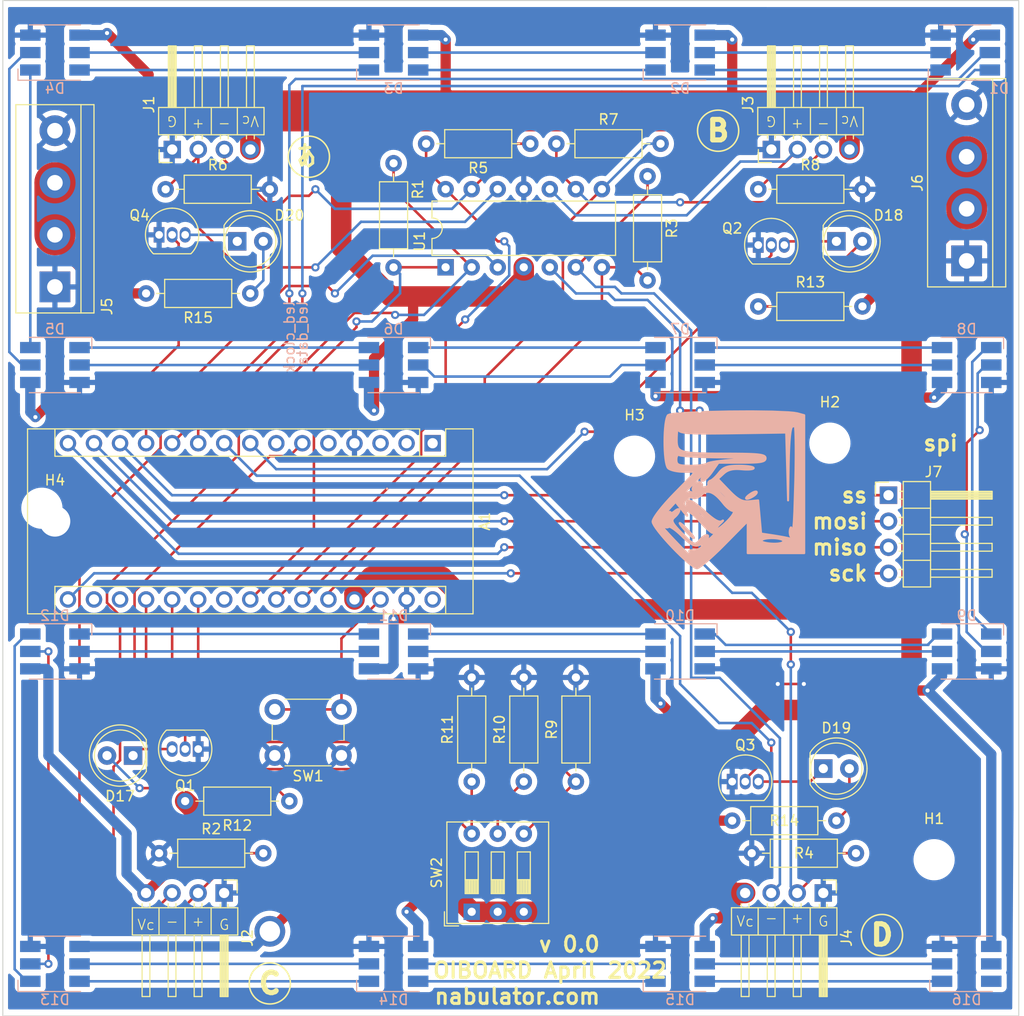
<source format=kicad_pcb>
(kicad_pcb (version 20211014) (generator pcbnew)
  (title_block (title "oiboard") (date "2022-04-18") (rev "0") (company "nabulator"))
  (layers (0 "F.Cu" signal) (31 "B.Cu" signal) (34 "B.Paste" user) (35 "F.Paste" user) (36 "B.SilkS" user "B.Silkscreen") (37 "F.SilkS" user "F.Silkscreen") (38 "B.Mask" user) (39 "F.Mask" user) (44 "Edge.Cuts" user))
  (net 0 "")
  (net 4 "+5V")
  (net 6 "/led_a")
  (net 8 "/led_b")
  (net 9 "/led_c")
  (net 10 "/led_data")
  (net 11 "/led_clock ")
  (net 12 "/led_d")
  (net 13 "/SS")
  (net 14 "/MOSI")
  (net 15 "/MISO")
  (net 16 "/SCK")
  (net 19 "/sw1")
  (net 20 "/sw2")
  (net 21 "/sw3")
  (net 23 "/sensor_a")
  (net 24 "/sensor_b")
  (net 25 "/sensor_c")
  (net 26 "/sensor_d")
  (net 27 "Net-(A1-Pad28)")
  (net 29 "Net-(D1-Pad1)")
  (net 30 "Net-(D1-Pad2)")
  (net 31 "Net-(D2-Pad1)")
  (net 32 "Net-(D2-Pad2)")
  (net 33 "Net-(D3-Pad1)")
  (net 34 "Net-(D3-Pad2)")
  (net 35 "Net-(D4-Pad1)")
  (net 36 "Net-(D4-Pad2)")
  (net 37 "Net-(D5-Pad1)")
  (net 38 "Net-(D5-Pad2)")
  (net 39 "Net-(D6-Pad1)")
  (net 40 "Net-(D6-Pad2)")
  (net 41 "Net-(D7-Pad1)")
  (net 42 "Net-(D7-Pad2)")
  (net 43 "Net-(D10-Pad2)")
  (net 44 "Net-(D10-Pad1)")
  (net 45 "Net-(D10-Pad5)")
  (net 46 "Net-(D10-Pad6)")
  (net 47 "Net-(D11-Pad5)")
  (net 48 "Net-(D11-Pad6)")
  (net 49 "Net-(D12-Pad5)")
  (net 50 "Net-(D12-Pad6)")
  (net 51 "Net-(D13-Pad5)")
  (net 52 "Net-(D13-Pad6)")
  (net 53 "Net-(D14-Pad5)")
  (net 54 "Net-(D14-Pad6)")
  (net 55 "Net-(D15-Pad5)")
  (net 56 "Net-(D15-Pad6)")
  (net 59 "Net-(D17-Pad1)")
  (net 60 "Net-(D17-Pad2)")
  (net 61 "Net-(D18-Pad1)")
  (net 62 "Net-(D18-Pad2)")
  (net 63 "Net-(D19-Pad1)")
  (net 64 "Net-(D19-Pad2)")
  (net 65 "Net-(D20-Pad1)")
  (net 66 "Net-(D20-Pad2)")
  (net 67 "GND")
  (net 68 "Net-(D8-Pad1)")
  (net 69 "Net-(D8-Pad2)")
  (net 70 "Net-(J1-Pad2)")
  (net 71 "Net-(J1-Pad3)")
  (net 72 "Net-(J2-Pad2)")
  (net 73 "Net-(J2-Pad3)")
  (net 74 "Net-(J3-Pad2)")
  (net 75 "Net-(J3-Pad3)")
  (net 76 "Net-(J4-Pad2)")
  (net 77 "Net-(J4-Pad3)")
  (footprint "Package_DIP:DIP-14_W7.62mm" (layer "F.Cu") (at 129.535 74.285 90)
    (fp_text reference "U1")
    (fp_text value "LM324")
  )
  (footprint "MountingHole:MountingHole_3mm" (layer "F.Cu") (at 147.955 92.71)
    (fp_text reference "H3")
    (fp_text value "MountingHole")
  )
  (footprint "MountingHole:MountingHole_3mm" (layer "F.Cu") (at 91.44 99.06)
    (fp_text reference "H4")
    (fp_text value "MountingHole")
  )
  (footprint "Connector_PinHeader_2.54mm:PinHeader_1x04_P2.54mm_Horizontal" (layer "F.Cu") (at 107.94 135.325 -90)
    (fp_text reference "J2")
    (fp_text value "Conn_01x04")
  )
  (footprint "Resistor_THT:R_Axial_DIN0207_L6.3mm_D2.5mm_P10.16mm_Horizontal" (layer "F.Cu") (at 160.02 66.675)
    (fp_text reference "R8")
    (fp_text value "10k")
  )
  (footprint "Connector_PinHeader_2.54mm:PinHeader_1x04_P2.54mm_Horizontal" (layer "F.Cu") (at 172.72 96.52)
    (fp_text reference "J7")
    (fp_text value "SPI PORT")
  )
  (footprint "MountingHole:MountingHole_3mm" (layer "F.Cu") (at 177.165 132.08)
    (fp_text reference "H1")
    (fp_text value "MountingHole")
  )
  (footprint "Resistor_THT:R_Axial_DIN0207_L6.3mm_D2.5mm_P10.16mm_Horizontal" (layer "F.Cu") (at 124.46 64.135 -90)
    (fp_text reference "R1")
    (fp_text value "10k")
  )
  (footprint "Button_Switch_THT:SW_DIP_SPSTx03_Slide_9.78x9.8mm_W7.62mm_P2.54mm" (layer "F.Cu") (at 132.08 137.16 90)
    (fp_text reference "SW2")
    (fp_text value "SW_DIP_x03")
  )
  (footprint "TerminalBlock:TerminalBlock_bornier-4_P5.08mm" (layer "F.Cu") (at 91.44 76.2 90)
    (fp_text reference "J5")
    (fp_text value "Conn_01x04")
  )
  (footprint "TerminalBlock:TerminalBlock_bornier-4_P5.08mm" (layer "F.Cu") (at 180.34 73.66 90)
    (fp_text reference "J6")
    (fp_text value "Conn_01x04")
  )
  (footprint "Package_TO_SOT_THT:TO-92_Inline" (layer "F.Cu") (at 157.48 124.46)
    (fp_text reference "Q3")
    (fp_text value "2N3904")
  )
  (footprint "Resistor_THT:R_Axial_DIN0207_L6.3mm_D2.5mm_P10.16mm_Horizontal" (layer "F.Cu") (at 114.3 126.365 180)
    (fp_text reference "R12")
    (fp_text value "10k")
  )
  (footprint "Resistor_THT:R_Axial_DIN0207_L6.3mm_D2.5mm_P10.16mm_Horizontal" (layer "F.Cu") (at 140.335 62.23)
    (fp_text reference "R7")
    (fp_text value "10k")
  )
  (footprint "Package_TO_SOT_THT:TO-92_Inline" (layer "F.Cu") (at 101.6 71.12)
    (fp_text reference "Q4")
    (fp_text value "2N3904")
  )
  (footprint "Resistor_THT:R_Axial_DIN0207_L6.3mm_D2.5mm_P10.16mm_Horizontal" (layer "F.Cu") (at 167.64 128.27 180)
    (fp_text reference "R14")
    (fp_text value "10k")
  )
  (footprint "Button_Switch_THT:SW_PUSH_6mm" (layer "F.Cu") (at 119.38 121.92 180)
    (fp_text reference "SW1")
    (fp_text value "SW_Push")
  )
  (footprint "Resistor_THT:R_Axial_DIN0207_L6.3mm_D2.5mm_P10.16mm_Horizontal" (layer "F.Cu") (at 142.24 124.46 90)
    (fp_text reference "R9")
    (fp_text value "10k")
  )
  (footprint "Connector_PinHeader_2.54mm:PinHeader_1x04_P2.54mm_Horizontal" (layer "F.Cu") (at 161.3 62.795 90)
    (fp_text reference "J3")
    (fp_text value "Conn_01x04")
  )
  (footprint "Resistor_THT:R_Axial_DIN0207_L6.3mm_D2.5mm_P10.16mm_Horizontal" (layer "F.Cu") (at 110.49 76.835 180)
    (fp_text reference "R15")
    (fp_text value "10k")
  )
  (footprint "Resistor_THT:R_Axial_DIN0207_L6.3mm_D2.5mm_P10.16mm_Horizontal" (layer "F.Cu") (at 102.235 66.675)
    (fp_text reference "R6")
    (fp_text value "10k")
  )
  (footprint "Connector_PinHeader_2.54mm:PinHeader_1x04_P2.54mm_Horizontal" (layer "F.Cu") (at 166.36 135.325 -90)
    (fp_text reference "J4")
    (fp_text value "Conn_01x04")
  )
  (footprint "LED_THT:LED_D5.0mm" (layer "F.Cu") (at 166.365 123.19)
    (fp_text reference "D19")
    (fp_text value "LED")
  )
  (footprint "Connector_PinHeader_2.54mm:PinHeader_1x04_P2.54mm_Horizontal" (layer "F.Cu") (at 102.88 62.795 90)
    (fp_text reference "J1")
    (fp_text value "Conn_01x04")
  )
  (footprint "Resistor_THT:R_Axial_DIN0207_L6.3mm_D2.5mm_P10.16mm_Horizontal" (layer "F.Cu") (at 160.02 78.105)
    (fp_text reference "R13")
    (fp_text value "10k")
  )
  (footprint "Package_TO_SOT_THT:TO-92_Inline" (layer "F.Cu") (at 105.41 121.285 180)
    (fp_text reference "Q1")
    (fp_text value "2N3904")
  )
  (footprint "LED_THT:LED_D5.0mm" (layer "F.Cu") (at 99.06 121.92 180)
    (fp_text reference "D17")
    (fp_text value "LED")
  )
  (footprint "Module:Arduino_Nano" (layer "F.Cu") (at 128.27 91.45 -90)
    (fp_text reference "A1")
    (fp_text value "Arduino_Nano_v3.x")
  )
  (footprint "Resistor_THT:R_Axial_DIN0207_L6.3mm_D2.5mm_P10.16mm_Horizontal" (layer "F.Cu") (at 137.795 62.23 180)
    (fp_text reference "R5")
    (fp_text value "10k")
  )
  (footprint "Resistor_THT:R_Axial_DIN0207_L6.3mm_D2.5mm_P10.16mm_Horizontal" (layer "F.Cu") (at 149.225 65.405 -90)
    (fp_text reference "R3")
    (fp_text value "10k")
  )
  (footprint "LED_THT:LED_D5.0mm" (layer "F.Cu") (at 109.22 71.755)
    (fp_text reference "D20")
    (fp_text value "LED")
  )
  (footprint "Package_TO_SOT_THT:TO-92_Inline" (layer "F.Cu") (at 160.02 72.115)
    (fp_text reference "Q2")
    (fp_text value "2N3904")
  )
  (footprint "LED_THT:LED_D5.0mm" (layer "F.Cu") (at 167.64 71.755)
    (fp_text reference "D18")
    (fp_text value "LED")
  )
  (footprint "Resistor_THT:R_Axial_DIN0207_L6.3mm_D2.5mm_P10.16mm_Horizontal" (layer "F.Cu") (at 137.16 124.46 90)
    (fp_text reference "R10")
    (fp_text value "10k")
  )
  (footprint "MountingHole:MountingHole_3mm" (layer "F.Cu") (at 167.005 91.44)
    (fp_text reference "H2")
    (fp_text value "MountingHole")
  )
  (footprint "Resistor_THT:R_Axial_DIN0207_L6.3mm_D2.5mm_P10.16mm_Horizontal" (layer "F.Cu") (at 132.08 124.46 90)
    (fp_text reference "R11")
    (fp_text value "10k")
  )
  (footprint "Resistor_THT:R_Axial_DIN0207_L6.3mm_D2.5mm_P10.16mm_Horizontal" (layer "F.Cu") (at 169.545 131.445 180)
    (fp_text reference "R4")
    (fp_text value "10k")
  )
  (footprint "Resistor_THT:R_Axial_DIN0207_L6.3mm_D2.5mm_P10.16mm_Horizontal" (layer "F.Cu") (at 101.6 131.445)
    (fp_text reference "R2")
    (fp_text value "10k")
  )
  (footprint "LED_SMD:LED_RGB_5050-6" (layer "B.Cu") (at 124.46 83.82 180)
    (fp_text reference "D6")
    (fp_text value "APA102")
  )
  (footprint "LED_SMD:LED_RGB_5050-6" (layer "B.Cu") (at 124.46 142.24)
    (fp_text reference "D14")
    (fp_text value "APA102")
  )
  (footprint "LED_SMD:LED_RGB_5050-6" (layer "B.Cu") (at 124.46 111.76 180)
    (fp_text reference "D11")
    (fp_text value "APA102")
  )
  (footprint "LED_SMD:LED_RGB_5050-6" (layer "B.Cu") (at 91.44 53.34)
    (fp_text reference "D4")
    (fp_text value "APA102")
  )
  (footprint "LED_SMD:LED_RGB_5050-6" (layer "B.Cu") (at 124.46 53.34)
    (fp_text reference "D3")
    (fp_text value "APA102")
  )
  (footprint "LED_SMD:LED_RGB_5050-6" (layer "B.Cu") (at 91.44 111.76 180)
    (fp_text reference "D12")
    (fp_text value "APA102")
  )
  (footprint "LED_SMD:LED_RGB_5050-6" (layer "B.Cu") (at 152.4 83.82 180)
    (fp_text reference "D7")
    (fp_text value "APA102")
  )
  (footprint "LED_SMD:LED_RGB_5050-6" (layer "B.Cu") (at 152.4 142.24)
    (fp_text reference "D15")
    (fp_text value "APA102")
  )
  (footprint "DUMB:arrow_graphic" (layer "B.Cu") (at 159.385 103.505 180)
    (fp_text reference "G***" hide)
    (fp_text value "LOGO" hide)
  )
  (footprint "LED_SMD:LED_RGB_5050-6" (layer "B.Cu") (at 180.34 142.24)
    (fp_text reference "D16")
    (fp_text value "APA102")
  )
  (footprint "LED_SMD:LED_RGB_5050-6" (layer "B.Cu") (at 180.2 53.34)
    (fp_text reference "D1")
    (fp_text value "APA102")
  )
  (footprint "LED_SMD:LED_RGB_5050-6" (layer "B.Cu") (at 91.44 83.82 180)
    (fp_text reference "D5")
    (fp_text value "APA102")
  )
  (footprint "LED_SMD:LED_RGB_5050-6" (layer "B.Cu") (at 180.34 83.82 180)
    (fp_text reference "D8")
    (fp_text value "APA102")
  )
  (footprint "LED_SMD:LED_RGB_5050-6" (layer "B.Cu") (at 152.4 53.34)
    (fp_text reference "D2")
    (fp_text value "APA102")
  )
  (footprint "LED_SMD:LED_RGB_5050-6" (layer "B.Cu") (at 180.34 111.76 180)
    (fp_text reference "D9")
    (fp_text value "APA102")
  )
  (footprint "LED_SMD:LED_RGB_5050-6" (layer "B.Cu") (at 152.4 111.76 180)
    (fp_text reference "D10")
    (fp_text value "APA102")
  )
  (footprint "LED_SMD:LED_RGB_5050-6" (layer "B.Cu") (at 91.44 142.24)
    (fp_text reference "D13")
    (fp_text value "APA102")
  )
  (gr_circle (center 112.395 144.145) (end 113.03 142.24) (layer "F.SilkS") (width 0.15) (fill none))
  (gr_circle (center 172.085 139.425) (end 172.72 137.52) (layer "F.SilkS") (width 0.15) (fill none))
  (gr_circle (center 156.106954 60.96) (end 156.741954 59.055) (layer "F.SilkS") (width 0.15) (fill none))
  (gr_circle (center 116.205 63.5) (end 116.84 61.595) (layer "F.SilkS") (width 0.15) (fill none))
  (gr_rect (start 86.36 48.26) (end 185.42 147.32) (layer "Edge.Cuts") (width 0.1) (fill none))
  (gr_text "led_clock\n" (at 114.3 77.47 90) (layer "B.SilkS") (effects (font (size 1 1)) (justify left mirror)))
  (gr_text "led_data" (at 115.57 77.47 90) (layer "B.SilkS") (effects (font (size 1 1)) (justify left mirror)))
  (gr_text "-\n" (at 102.87 138.095) (layer "F.SilkS") (effects (font (size 1 1) (thickness 0.1))))
  (gr_text "D\n" (at 172.085 139.425) (layer "F.SilkS") (effects (font (size 2 2) (thickness 0.5))))
  (gr_text "OIBOARD April 2022" (at 139.7 142.875) (layer "F.SilkS") (effects (font (size 1.5 1.5) (thickness 0.3))))
  (gr_text "Vc" (at 158.75 138.095) (layer "F.SilkS") (effects (font (size 1 1) (thickness 0.1))))
  (gr_text "mosi" (at 170.815 99.06) (layer "F.SilkS") (effects (font (size 1.5 1.5) (thickness 0.3)) (justify right)))
  (gr_text "-\n" (at 161.29 137.76) (layer "F.SilkS") (effects (font (size 1 1) (thickness 0.1))))
  (gr_text "spi" (at 177.8 91.44) (layer "F.SilkS") (effects (font (size 1.5 1.5) (thickness 0.3))))
  (gr_text "+" (at 163.83 137.76) (layer "F.SilkS") (effects (font (size 1 1) (thickness 0.1))))
  (gr_text "sck\n" (at 170.815 104.14) (layer "F.SilkS") (effects (font (size 1.5 1.5) (thickness 0.3)) (justify right)))
  (gr_text "Vc" (at 110.49 60.025 180) (layer "F.SilkS") (effects (font (size 1 1) (thickness 0.1))))
  (gr_text "あ\n" (at 116 63.5) (layer "F.SilkS") (effects (font (size 2 2) (thickness 0.3))))
  (gr_text "G" (at 161.29 60.025 180) (layer "F.SilkS") (effects (font (size 1 1) (thickness 0.1))))
  (gr_text "Vc" (at 168.91 60.025 180) (layer "F.SilkS") (effects (font (size 1 1) (thickness 0.1))))
  (gr_text "nabulator.com" (at 136.525 145.415) (layer "F.SilkS") (effects (font (size 1.5 1.5) (thickness 0.3))))
  (gr_text "B\n" (at 156.106954 60.96) (layer "F.SilkS") (effects (font (size 2 2) (thickness 0.5))))
  (gr_text "G" (at 102.87 60.025 180) (layer "F.SilkS") (effects (font (size 1 1) (thickness 0.1))))
  (gr_text "+" (at 163.83 60.36 180) (layer "F.SilkS") (effects (font (size 1 1) (thickness 0.1))))
  (gr_text "G" (at 166.37 138.095) (layer "F.SilkS") (effects (font (size 1 1) (thickness 0.1))))
  (gr_text "C\n" (at 112.395 144.145) (layer "F.SilkS") (effects (font (size 2 2) (thickness 0.5))))
  (gr_text "+" (at 105.41 60.36 180) (layer "F.SilkS") (effects (font (size 1 1) (thickness 0.1))))
  (gr_text "ss" (at 170.815 96.52) (layer "F.SilkS") (effects (font (size 1.5 1.5) (thickness 0.3)) (justify right)))
  (gr_text "miso" (at 170.815 101.6) (layer "F.SilkS") (effects (font (size 1.5 1.5) (thickness 0.3)) (justify right)))
  (gr_text "Vc" (at 100.33 138.43) (layer "F.SilkS") (effects (font (size 1 1) (thickness 0.1))))
  (gr_text "-\n" (at 166.37 60.36 180) (layer "F.SilkS") (effects (font (size 1 1) (thickness 0.1))))
  (gr_text "-\n" (at 107.95 60.36 180) (layer "F.SilkS") (effects (font (size 1 1) (thickness 0.1))))
  (gr_text "+" (at 105.41 138.095) (layer "F.SilkS") (effects (font (size 1 1) (thickness 0.1))))
  (gr_text "v 0.0\n" (at 141.605 140.335) (layer "F.SilkS") (effects (font (size 1.5 1.5) (thickness 0.3))))
  (gr_text "G" (at 107.95 138.43) (layer "F.SilkS") (effects (font (size 1 1) (thickness 0.1))))
  (segment (start 129.54 57.15) (end 131.420489 59.030489) (width 1) (layer "F.Cu") (net 4))
  (segment (start 119.355489 59.030489) (end 131.420489 59.030489) (width 4) (layer "F.Cu") (net 4))
  (segment (start 132.08 137.16) (end 129.8575 134.9375) (width 2) (layer "F.Cu") (net 4))
  (segment (start 174.600489 59.030489) (end 179.07 63.5) (width 4) (layer "F.Cu") (net 4))
  (segment (start 150 86.855) (end 174.819022 86.855) (width 1) (layer "F.Cu") (net 4))
  (segment (start 127.9525 134.9375) (end 129.8575 134.9375) (width 1) (layer "F.Cu") (net 4))
  (segment (start 122.555 83.185) (end 122.555 88.265) (width 1) (layer "F.Cu") (net 4))
  (segment (start 129.8575 134.9375) (end 123.19 128.27) (width 2) (layer "F.Cu") (net 4))
  (segment (start 152.4 130.187081) (end 157.537919 135.325) (width 2) (layer "F.Cu") (net 4))
  (segment (start 167.615489 59.030489) (end 174.600489 59.030489) (width 4) (layer "F.Cu") (net 4))
  (segment (start 154.94 128.27) (end 152.4 125.73) (width 1) (layer "F.Cu") (net 4))
  (segment (start 137.155 74.285) (end 137.155 75.41637) (width 2) (layer "F.Cu") (net 4))
  (segment (start 156.27 137.795) (end 158.74 135.325) (width 1) (layer "F.Cu") (net 4))
  (segment (start 135.441859 77.129511) (end 124.183932 77.129511) (width 2) (layer "F.Cu") (net 4))
  (segment (start 124.46 108.585) (end 131.424601 108.585) (width 1) (layer "F.Cu") (net 4))
  (segment (start 177.165 86.995) (end 175.26 86.995) (width 1) (layer "F.Cu") (net 4))
  (segment (start 110.5 59.065) (end 110.465489 59.030489) (width 2) (layer "F.Cu") (net 4))
  (segment (start 122.278932 104.490489) (end 120.65 106.119421) (width 2) (layer "F.Cu") (net 4))
  (segment (start 176.53 115.57) (end 175.26 115.57) (width 1) (layer "F.Cu") (net 4))
  (segment (start 157.48 128.27) (end 154.94 128.27) (width 1) (layer "F.Cu") (net 4))
  (segment (start 118.11 133.35) (end 118.11 128.905) (width 1) (layer "F.Cu") (net 4))
  (segment (start 174.969511 113.320489) (end 173.99 114.3) (width 2) (layer "F.Cu") (net 4))
  (segment (start 174.969511 73.950489) (end 180.34 68.58) (width 2) (layer "F.Cu") (net 4))
  (segment (start 91.44 86.995) (end 89.535 88.9) (width 1) (layer "F.Cu") (net 4))
  (segment (start 93.56132 66.04) (end 100.570831 59.030489) (width 4) (layer "F.Cu") (net 4))
  (segment (start 112.395 139.065) (end 118.11 133.35) (width 1) (layer "F.Cu") (net 4))
  (segment (start 170.18 78.105) (end 174.334511 73.950489) (width 1) (layer "F.Cu") (net 4))
  (segment (start 126.365 78.105) (end 126.365 79.375) (width 1) (layer "F.Cu") (net 4))
  (segment (start 121.92 128.905) (end 118.11 128.905) (width 2) (layer "F.Cu") (net 4))
  (segment (start 168.92 62.795) (end 168.92 60.335) (width 2) (layer "F.Cu") (net 4))
  (segment (start 137.155 75.41637) (end 135.441859 77.129511) (width 2) (layer "F.Cu") (net 4))
  (segment (start 157.48 57.785) (end 156.234511 59.030489) (width 1) (layer "F.Cu") (net 4))
  (segment (start 173.99 114.3) (end 170.815 117.475) (width 2) (layer "F.Cu") (net 4))
  (segment (start 91.44 66.04) (end 93.56132 66.04) (width 4) (layer "F.Cu") (net 4))
  (segment (start 152.4 125.73) (end 160.655 117.475) (width 2) (layer "F.Cu") (net 4))
  (segment (start 152.4 130.187081) (end 145.427081 137.16) (width 2) (layer "F.Cu") (net 4))
  (segment (start 119.355489 72.301068) (end 119.355489 59.030489) (width 2) (layer "F.Cu") (net 4))
  (segment (start 157.537919 135.325) (end 158.74 135.325) (width 2) (layer "F.Cu") (net 4))
  (segment (start 157.48 52.07) (end 157.48 57.785) (width 1) (layer "F.Cu") (net 4))
  (segment (start 106.68 128.965) (end 106.68 128.905) (width 1) (layer "F.Cu") (net 4))
  (segment (start 156.234511 59.030489) (end 167.615489 59.030489) (width 4) (layer "F.Cu") (net 4))
  (segment (start 150.495 116.84) (end 154.94 121.285) (width 1) (layer "F.Cu") (net 4))
  (segment (start 100.570831 55.485831) (end 100.570831 59.030489) (width 1) (layer "F.Cu") (net 4))
  (segment (start 122.555 128.27) (end 121.92 128.905) (width 2) (layer "F.Cu") (net 4))
  (segment (start 118.11 128.905) (end 106.68 128.905) (width 2) (layer "F.Cu") (net 4))
  (segment (start 110.465489 59.030489) (end 119.355489 59.030489) (width 4) (layer "F.Cu") (net 4))
  (segment (start 145.427081 137.16) (end 137.16 137.16) (width 2) (layer "F.Cu") (net 4))
  (segment (start 174.334511 73.950489) (end 174.969511 73.950489) (width 1) (layer "F.Cu") (net 4))
  (segment (start 180.975 52.07) (end 174.600489 58.444511) (width 1) (layer "F.Cu") (net 4))
  (segment (start 100.33 76.835) (end 97.155 76.835) (width 1) (layer "F.Cu") (net 4))
  (segment (start 131.420489 59.030489) (end 146.709511 59.030489) (width 4) (layer "F.Cu") (net 4))
  (segment (start 179.07 63.5) (end 180.34 63.5) (width 4) (layer "F.Cu") (net 4))
  (segment (start 180.34 63.5) (end 180.34 68.58) (width 4) (layer "F.Cu") (net 4))
  (segment (start 174.969511 107.659511) (end 174.969511 86.704511) (width 2) (layer "F.Cu") (net 4))
  (segment (start 160.655 117.475) (end 170.815 117.475) (width 2) (layer "F.Cu") (net 4))
  (segment (start 174.600489 58.444511) (end 174.600489 59.030489) (width 1) (layer "F.Cu") (net 4))
  (segment (start 131.424601 108.585) (end 132.35009 107.659511) (width 1) (layer "F.Cu") (net 4))
  (segment (start 146.709511 59.030489) (end 156.234511 59.030489) (width 4) (layer "F.Cu") (net 4))
  (segment (start 125.73 137.16) (end 127.9525 134.9375) (width 1) (layer "F.Cu") (net 4))
  (segment (start 174.819022 86.855) (end 174.969511 86.704511) (width 1) (layer "F.Cu") (net 4))
  (segment (start 134.62 137.16) (end 132.08 137.16) (width 2) (layer "F.Cu") (net 4))
  (segment (start 129.54 52.07) (end 129.54 57.15) (width 1) (layer "F.Cu") (net 4))
  (segment (start 174.969511 107.659511) (end 172.375489 107.659511) (width 2) (layer "F.Cu") (net 4))
  (segment (start 100.32 135.325) (end 106.68 128.965) (width 1) (layer "F.Cu") (net 4))
  (segment (start 124.183932 77.129511) (end 119.355489 72.301068) (width 2) (layer "F.Cu") (net 4))
  (segment (start 97.155 76.835) (end 96.52 76.2) (width 1) (layer "F.Cu") (net 4))
  (segment (start 155.575 137.795) (end 156.27 137.795) (width 1) (layer "F.Cu") (net 4))
  (segment (start 152.4 125.73) (end 152.4 130.187081) (width 2) (layer "F.Cu") (net 4))
  (segment (start 96.52 51.435) (end 100.570831 55.485831) (width 1) (layer "F.Cu") (net 4))
  (segment (start 174.969511 86.704511) (end 174.969511 73.950489) (width 2) (layer "F.Cu") (net 4))
  (segment (start 175.26 86.995) (end 174.969511 86.704511) (width 1) (layer "F.Cu") (net 4))
  (segment (start 132.35009 107.659511) (end 172.375489 107.659511) (width 2) (layer "F.Cu") (net 4))
  (segment (start 134.62 137.16) (end 137.16 137.16) (width 2) (layer "F.Cu") (net 4))
  (segment (start 132.35009 107.659511) (end 129.181068 104.490489) (width 2) (layer "F.Cu") (net 4))
  (segment (start 168.92 60.335) (end 167.615489 59.030489) (width 2) (layer "F.Cu") (net 4))
  (segment (start 106.68 128.905) (end 104.14 126.365) (width 2) (layer "F.Cu") (net 4))
  (segment (start 91.44 80.645) (end 91.44 86.995) (width 1) (layer "F.Cu") (net 4))
  (segment (start 110.5 62.795) (end 110.5 59.065) (width 2) (layer "F.Cu") (net 4))
  (segment (start 91.44 66.04) (end 91.44 71.12) (width 4) (layer "F.Cu") (net 4))
  (segment (start 129.181068 104.490489) (end 122.278932 104.490489) (width 2) (layer "F.Cu") (net 4))
  (segment (start 96.52 76.2) (end 91.44 71.12) (width 2) (layer "F.Cu") (net 4))
  (segment (start 120.65 106.119421) (end 120.65 106.69) (width 2) (layer "F.Cu") (net 4))
  (segment (start 95.885 76.2) (end 96.52 76.2) (width 1) (layer "F.Cu") (net 4))
  (segment (start 175.26 115.57) (end 173.99 114.3) (width 1) (layer "F.Cu") (net 4))
  (segment (start 174.969511 107.659511) (end 174.969511 113.320489) (width 2) (layer "F.Cu") (net 4))
  (segment (start 91.44 80.645) (end 95.885 76.2) (width 1) (layer "F.Cu") (net 4))
  (segment (start 100.570831 59.030489) (end 110.465489 59.030489) (width 4) (layer "F.Cu") (net 4))
  (segment (start 123.19 128.27) (end 122.555 128.27) (width 2) (layer "F.Cu") (net 4))
  (segment (start 126.365 79.375) (end 122.555 83.185) (width 1) (layer "F.Cu") (net 4))
  (via (at 89.535 88.9) (size 0.8) (drill 0.4) (layers "F.Cu" "B.Cu") (net 4))
  (via (at 112.395 139.065) (size 3) (drill 2) (layers "F.Cu" "B.Cu") (net 4))
  (via (at 176.53 115.57) (size 0.8) (drill 0.4) (layers "F.Cu" "B.Cu") (net 4))
  (via (at 177.165 86.995) (size 0.8) (drill 0.4) (layers "F.Cu" "B.Cu") (net 4))
  (via (at 150.495 116.84) (size 0.8) (drill 0.4) (layers "F.Cu" "B.Cu") (net 4))
  (via (at 96.52 51.435) (size 0.8) (drill 0.4) (layers "F.Cu" "B.Cu") (net 4))
  (via (at 155.575 137.795) (size 0.8) (drill 0.4) (layers "F.Cu" "B.Cu") (net 4))
  (via (at 157.48 52.07) (size 0.8) (drill 0.4) (layers "F.Cu" "B.Cu") (net 4))
  (via (at 150 86.855) (size 0.8) (drill 0.4) (layers "F.Cu" "B.Cu") (net 4))
  (via (at 125.73 137.16) (size 0.8) (drill 0.4) (layers "F.Cu" "B.Cu") (net 4))
  (via (at 122.555 88.265) (size 0.8) (drill 0.4) (layers "F.Cu" "B.Cu") (net 4))
  (via (at 129.54 52.07) (size 0.8) (drill 0.4) (layers "F.Cu" "B.Cu") (net 4))
  (via (at 124.46 108.585) (size 0.8) (drill 0.4) (layers "F.Cu" "B.Cu") (net 4))
  (via (at 180.975 52.07) (size 0.8) (drill 0.4) (layers "F.Cu" "B.Cu") (net 4))
  (segment (start 93.84 140.54) (end 110.92 140.54) (width 1) (layer "B.Cu") (net 4))
  (segment (start 93.84 51.64) (end 96.315 51.64) (width 1) (layer "B.Cu") (net 4))
  (segment (start 110.92 140.54) (end 112.395 139.065) (width 1) (layer "B.Cu") (net 4))
  (segment (start 150 116.345) (end 150.495 116.84) (width 1) (layer "B.Cu") (net 4))
  (segment (start 98.425 129.54) (end 98.425 133.43) (width 1) (layer "B.Cu") (net 4))
  (segment (start 154.8 140.54) (end 154.8 138.57) (width 1) (layer "B.Cu") (net 4))
  (segment (start 154.8 138.57) (end 155.575 137.795) (width 1) (layer "B.Cu") (net 4))
  (segment (start 157.05 51.64) (end 157.48 52.07) (width 1) (layer "B.Cu") (net 4))
  (segment (start 122.06 113.46) (end 124.06 113.46) (width 1) (layer "B.Cu") (net 4))
  (segment (start 177.94 114.16) (end 176.53 115.57) (width 1) (layer "B.Cu") (net 4))
  (segment (start 90.6 113.46) (end 90.805 113.665) (width 1) (layer "B.Cu") (net 4))
  (segment (start 89.04 85.52) (end 89.04 88.405) (width 1) (layer "B.Cu") (net 4))
  (segment (start 96.315 51.64) (end 96.52 51.435) (width 1) (layer "B.Cu") (net 4))
  (segment (start 150 85.52) (end 150 86.855) (width 1) (layer "B.Cu") (net 4))
  (segment (start 150 113.46) (end 150 116.345) (width 1) (layer "B.Cu") (net 4))
  (segment (start 122.06 87.77) (end 122.555 88.265) (width 1) (layer "B.Cu") (net 4))
  (segment (start 89.04 88.405) (end 89.535 88.9) (width 1) (layer "B.Cu") (net 4))
  (segment (start 122.06 85.52) (end 122.06 87.77) (width 1) (layer "B.Cu") (net 4))
  (segment (start 98.425 133.43) (end 100.32 135.325) (width 1) (layer "B.Cu") (net 4))
  (segment (start 154.8 51.64) (end 157.05 51.64) (width 1) (layer "B.Cu") (net 4))
  (segment (start 124.06 113.46) (end 124.46 113.06) (width 1) (layer "B.Cu") (net 4))
  (segment (start 129.11 51.64) (end 129.54 52.07) (width 1) (layer "B.Cu") (net 4))
  (segment (start 90.805 121.92) (end 98.425 129.54) (width 1) (layer "B.Cu") (net 4))
  (segment (start 89.04 113.46) (end 90.6 113.46) (width 1) (layer "B.Cu") (net 4))
  (segment (start 177.94 85.52) (end 177.94 86.22) (width 1) (layer "B.Cu") (net 4))
  (segment (start 177.94 86.22) (end 177.165 86.995) (width 1) (layer "B.Cu") (net 4))
  (segment (start 126.86 138.29) (end 125.73 137.16) (width 1) (layer "B.Cu") (net 4))
  (segment (start 182.74 121.78) (end 176.53 115.57) (width 1) (layer "B.Cu") (net 4))
  (segment (start 182.74 140.54) (end 182.74 121.78) (width 1) (layer "B.Cu") (net 4))
  (segment (start 126.86 140.54) (end 126.86 138.29) (width 1) (layer "B.Cu") (net 4))
  (segment (start 177.94 113.46) (end 177.94 114.16) (width 1) (layer "B.Cu") (net 4))
  (segment (start 181.405 51.64) (end 180.975 52.07) (width 1) (layer "B.Cu") (net 4))
  (segment (start 90.805 113.665) (end 90.805 121.92) (width 1) (layer "B.Cu") (net 4))
  (segment (start 126.86 51.64) (end 129.11 51.64) (width 1) (layer "B.Cu") (net 4))
  (segment (start 124.46 113.06) (end 124.46 108.585) (width 1) (layer "B.Cu") (net 4))
  (segment (start 182.6 51.64) (end 181.405 51.64) (width 1) (layer "B.Cu") (net 4))
  (segment (start 104.14 119.65) (end 104.14 121.285) (width 0.25) (layer "F.Cu") (net 6))
  (segment (start 99.205489 114.715489) (end 99.205489 105.899511) (width 0.25) (layer "F.Cu") (net 6))
  (segment (start 114.31 92.71) (end 115.57 91.45) (width 0.25) (layer "F.Cu") (net 6))
  (segment (start 112.395 92.71) (end 114.31 92.71) (width 0.25) (layer "F.Cu") (net 6))
  (segment (start 99.205489 105.899511) (end 112.395 92.71) (width 0.25) (layer "F.Cu") (net 6))
  (segment (start 99.205489 114.715489) (end 104.14 119.65) (width 0.25) (layer "F.Cu") (net 6))
  (segment (start 144.079511 90.325489) (end 161.29 73.115) (width 0.25) (layer "F.Cu") (net 8))
  (segment (start 161.29 73.115) (end 161.29 72.115) (width 0.25) (layer "F.Cu") (net 8))
  (segment (start 144.079511 90.325489) (end 143.084511 90.325489) (width 0.25) (layer "F.Cu") (net 8))
  (via (at 143.084511 90.325489) (size 0.8) (drill 0.4) (layers "F.Cu" "B.Cu") (net 8))
  (segment (start 113.02 93.98) (end 110.49 91.45) (width 0.25) (layer "B.Cu") (net 8))
  (segment (start 139.43 93.98) (end 113.02 93.98) (width 0.25) (layer "B.Cu") (net 8))
  (segment (start 143.084511 90.325489) (end 139.43 93.98) (width 0.25) (layer "B.Cu") (net 8))
  (segment (start 158.75 124.235) (end 161.29 121.695) (width 0.25) (layer "F.Cu") (net 9))
  (segment (start 161.29 121.695) (end 161.29 120.65) (width 0.25) (layer "F.Cu") (net 9))
  (segment (start 158.75 124.46) (end 158.75 124.235) (width 0.25) (layer "F.Cu") (net 9))
  (via (at 161.29 120.65) (size 0.8) (drill 0.4) (layers "F.Cu" "B.Cu") (net 9))
  (segment (start 156.21 118.745) (end 152.4 114.935) (width 0.25) (layer "B.Cu") (net 9))
  (segment (start 152.4 110.260978) (end 136.754022 94.615) (width 0.25) (layer "B.Cu") (net 9))
  (segment (start 161.29 120.65) (end 159.385 118.745) (width 0.25) (layer "B.Cu") (net 9))
  (segment (start 111.115 94.615) (end 107.95 91.45) (width 0.25) (layer "B.Cu") (net 9))
  (segment (start 136.754022 94.615) (end 111.115 94.615) (width 0.25) (layer "B.Cu") (net 9))
  (segment (start 152.4 114.935) (end 152.4 110.260978) (width 0.25) (layer "B.Cu") (net 9))
  (segment (start 159.385 118.745) (end 156.21 118.745) (width 0.25) (layer "B.Cu") (net 9))
  (segment (start 115.57 76.835) (end 115.57 80.01) (width 0.25) (layer "F.Cu") (net 10))
  (segment (start 105.41 90.17) (end 105.41 91.45) (width 0.25) (layer "F.Cu") (net 10))
  (segment (start 115.57 80.01) (end 105.41 90.17) (width 0.25) (layer "F.Cu") (net 10))
  (via (at 115.57 76.835) (size 0.8) (drill 0.4) (layers "F.Cu" "B.Cu") (net 10))
  (segment (start 115.57 56.604511) (end 179.57524 56.604511) (width 0.25) (layer "B.Cu") (net 10))
  (segment (start 179.57524 56.604511) (end 181.139751 55.04) (width 0.25) (layer "B.Cu") (net 10))
  (segment (start 115.57 76.835) (end 115.57 56.604511) (width 0.25) (layer "B.Cu") (net 10))
  (segment (start 181.139751 55.04) (end 182.6 55.04) (width 0.25) (layer "B.Cu") (net 10))
  (segment (start 114.3 80.02) (end 102.87 91.45) (width 0.25) (layer "F.Cu") (net 11))
  (segment (start 114.3 76.835) (end 114.3 80.02) (width 0.25) (layer "F.Cu") (net 11))
  (via (at 114.3 76.835) (size 0.8) (drill 0.4) (layers "F.Cu" "B.Cu") (net 11))
  (segment (start 179.575489 55.914511) (end 114.900489 55.914511) (width 0.25) (layer "B.Cu") (net 11))
  (segment (start 114.900489 55.914511) (end 114.3 56.515) (width 0.25) (layer "B.Cu") (net 11))
  (segment (start 114.3 76.835) (end 114.3 56.515) (width 0.25) (layer "B.Cu") (net 11))
  (segment (start 182.15 53.34) (end 179.575489 55.914511) (width 0.25) (layer "B.Cu") (net 11))
  (segment (start 182.6 53.34) (end 182.15 53.34) (width 0.25) (layer "B.Cu") (net 11))
  (segment (start 103.505 81.915) (end 100.33 85.09) (width 0.25) (layer "F.Cu") (net 12))
  (segment (start 100.33 85.09) (end 100.33 91.45) (width 0.25) (layer "F.Cu") (net 12))
  (segment (start 102.87 71.345) (end 103.505 71.98) (width 0.25) (layer "F.Cu") (net 12))
  (segment (start 103.505 71.98) (end 103.505 81.915) (width 0.25) (layer "F.Cu") (net 12))
  (segment (start 102.87 71.12) (end 102.87 71.345) (width 0.25) (layer "F.Cu") (net 12))
  (segment (start 172.72 96.52) (end 135.255 96.52) (width 0.25) (layer "F.Cu") (net 13))
  (via (at 135.255 96.52) (size 0.8) (drill 0.4) (layers "F.Cu" "B.Cu") (net 13))
  (segment (start 135.255 96.52) (end 102.86 96.52) (width 0.25) (layer "B.Cu") (net 13))
  (segment (start 102.86 96.52) (end 97.79 91.45) (width 0.25) (layer "B.Cu") (net 13))
  (segment (start 172.72 99.06) (end 135.255 99.06) (width 0.25) (layer "F.Cu") (net 14))
  (via (at 135.255 99.06) (size 0.8) (drill 0.4) (layers "F.Cu" "B.Cu") (net 14))
  (segment (start 102.86 99.06) (end 95.25 91.45) (width 0.25) (layer "B.Cu") (net 14))
  (segment (start 135.255 99.06) (end 102.86 99.06) (width 0.25) (layer "B.Cu") (net 14))
  (segment (start 135.255 101.6) (end 172.72 101.6) (width 0.25) (layer "F.Cu") (net 15))
  (via (at 135.255 101.6) (size 0.8) (drill 0.4) (layers "F.Cu" "B.Cu") (net 15))
  (segment (start 134.62 102.235) (end 103.495 102.235) (width 0.25) (layer "B.Cu") (net 15))
  (segment (start 135.255 101.6) (end 134.62 102.235) (width 0.25) (layer "B.Cu") (net 15))
  (segment (start 103.495 102.235) (end 92.71 91.45) (width 0.25) (layer "B.Cu") (net 15))
  (segment (start 172.72 104.14) (end 135.89 104.14) (width 0.25) (layer "F.Cu") (net 16))
  (via (at 135.89 104.14) (size 0.8) (drill 0.4) (layers "F.Cu" "B.Cu") (net 16))
  (segment (start 95.26 104.14) (end 92.71 106.69) (width 0.25) (layer "B.Cu") (net 16))
  (segment (start 135.89 104.14) (end 95.26 104.14) (width 0.25) (layer "B.Cu") (net 16))
  (segment (start 125.784511 123.244511) (end 110.544511 123.244511) (width 0.25) (layer "F.Cu") (net 19))
  (segment (start 132.08 129.54) (end 132.08 124.46) (width 0.25) (layer "F.Cu") (net 19))
  (segment (start 132.08 129.54) (end 125.784511 123.244511) (width 0.25) (layer "F.Cu") (net 19))
  (segment (start 110.544511 123.244511) (end 100.33 113.03) (width 0.25) (layer "F.Cu") (net 19))
  (segment (start 100.33 113.03) (end 100.33 106.69) (width 0.25) (layer "F.Cu") (net 19))
  (segment (start 134.62 122.555) (end 132.660489 120.595489) (width 0.25) (layer "F.Cu") (net 20))
  (segment (start 134.62 129.54) (end 134.62 127) (width 0.25) (layer "F.Cu") (net 20))
  (segment (start 132.660489 120.595489) (end 110.435489 120.595489) (width 0.25) (layer "F.Cu") (net 20))
  (segment (start 134.62 127) (end 137.16 124.46) (width 0.25) (layer "F.Cu") (net 20))
  (segment (start 134.62 129.54) (end 134.62 122.555) (width 0.25) (layer "F.Cu") (net 20))
  (segment (start 102.87 113.03) (end 102.87 106.69) (width 0.25) (layer "F.Cu") (net 20))
  (segment (start 110.435489 120.595489) (end 102.87 113.03) (width 0.25) (layer "F.Cu") (net 20))
  (segment (start 137.16 119.38) (end 111.76 119.38) (width 0.25) (layer "F.Cu") (net 21))
  (segment (start 111.76 119.38) (end 105.41 113.03) (width 0.25) (layer "F.Cu") (net 21))
  (segment (start 142.24 124.46) (end 137.16 119.38) (width 0.25) (layer "F.Cu") (net 21))
  (segment (start 105.41 113.03) (end 105.41 106.69) (width 0.25) (layer "F.Cu") (net 21))
  (segment (start 137.16 129.54) (end 142.24 124.46) (width 0.25) (layer "F.Cu") (net 21))
  (segment (start 120.844799 80.132701) (end 116.694511 84.282989) (width 0.25) (layer "F.Cu") (net 23))
  (segment (start 120.844799 79.569799) (end 120.844799 80.132701) (width 0.25) (layer "F.Cu") (net 23))
  (segment (start 116.694511 100.485489) (end 110.49 106.69) (width 0.25) (layer "F.Cu") (net 23))
  (segment (start 124.47 74.285) (end 124.46 74.295) (width 0.25) (layer "F.Cu") (net 23))
  (segment (start 129.535 74.285) (end 124.47 74.285) (width 0.25) (layer "F.Cu") (net 23))
  (segment (start 116.694511 84.282989) (end 116.694511 100.485489) (width 0.25) (layer "F.Cu") (net 23))
  (via (at 120.844799 79.569799) (size 0.8) (drill 0.4) (layers "F.Cu" "B.Cu") (net 23))
  (segment (start 120.844799 79.569799) (end 122.360201 79.569799) (width 0.25) (layer "B.Cu") (net 23))
  (segment (start 125.095 76.835) (end 125.095 74.93) (width 0.25) (layer "B.Cu") (net 23))
  (segment (start 125.095 74.93) (end 124.46 74.295) (width 0.25) (layer "B.Cu") (net 23))
  (segment (start 122.360201 79.569799) (end 125.095 76.835) (width 0.25) (layer "B.Cu") (net 23))
  (segment (start 147.945 74.285) (end 149.225 75.565) (width 0.25) (layer "F.Cu") (net 24))
  (segment (start 144.775 74.285) (end 144.775 79.38) (width 0.25) (layer "F.Cu") (net 24))
  (segment (start 144.775 79.38) (end 118.11 106.045) (width 0.25) (layer "F.Cu") (net 24))
  (segment (start 144.775 74.285) (end 147.945 74.285) (width 0.25) (layer "F.Cu") (net 24))
  (segment (start 127.635 62.23) (end 127.635 64.765) (width 0.25) (layer "F.Cu") (net 25))
  (segment (start 127.145489 90.325489) (end 127.145489 92.574511) (width 0.25) (layer "F.Cu") (net 25))
  (segment (start 129.54 81.28) (end 129.54 87.930978) (width 0.25) (layer "F.Cu") (net 25))
  (segment (start 134.625 71.755) (end 135.255 71.755) (width 0.25) (layer "F.Cu") (net 25))
  (segment (start 129.535 66.665) (end 134.625 71.755) (width 0.25) (layer "F.Cu") (net 25))
  (segment (start 127.635 64.765) (end 129.535 66.665) (width 0.25) (layer "F.Cu") (net 25))
  (segment (start 127.145489 92.574511) (end 113.03 106.69) (width 0.25) (layer "F.Cu") (net 25))
  (segment (start 129.54 87.930978) (end 127.145489 90.325489) (width 0.25) (layer "F.Cu") (net 25))
  (segment (start 131.445 79.375) (end 129.54 81.28) (width 0.25) (layer "F.Cu") (net 25))
  (via (at 135.255 71.755) (size 0.8) (drill 0.4) (layers "F.Cu" "B.Cu") (net 25))
  (via (at 131.445 79.375) (size 0.8) (drill 0.4) (layers "F.Cu" "B.Cu") (net 25))
  (segment (start 135.739511 75.080489) (end 131.445 79.375) (width 0.25) (layer "B.Cu") (net 25))
  (segment (start 135.739511 72.239511) (end 135.739511 75.080489) (width 0.25) (layer "B.Cu") (net 25))
  (segment (start 135.255 71.755) (end 135.739511 72.239511) (width 0.25) (layer "B.Cu") (net 25))
  (segment (start 133.35 88.91) (end 115.57 106.69) (width 0.25) (layer "F.Cu") (net 26))
  (segment (start 144.775 66.665) (end 140.97 70.47) (width 0.25) (layer "F.Cu") (net 26))
  (segment (start 140.97 77.47) (end 133.35 85.09) (width 0.25) (layer "F.Cu") (net 26))
  (segment (start 140.97 70.47) (end 140.97 77.47) (width 0.25) (layer "F.Cu") (net 26))
  (segment (start 133.35 85.09) (end 133.35 88.91) (width 0.25) (layer "F.Cu") (net 26))
  (segment (start 144.775 66.665) (end 149.21 62.23) (width 0.25) (layer "B.Cu") (net 26))
  (segment (start 149.21 62.23) (end 150.495 62.23) (width 0.25) (layer "B.Cu") (net 26))
  (segment (start 112.88 117.42) (end 119.38 117.42) (width 0.25) (layer "F.Cu") (net 27))
  (segment (start 119.38 117.42) (end 119.38 110.5) (width 0.25) (layer "F.Cu") (net 27))
  (segment (start 119.38 110.5) (end 123.19 106.69) (width 0.25) (layer "F.Cu") (net 27))
  (segment (start 177.8 55.04) (end 154.8 55.04) (width 0.25) (layer "B.Cu") (net 29))
  (segment (start 177.8 53.34) (end 154.8 53.34) (width 0.25) (layer "B.Cu") (net 30))
  (segment (start 150 55.04) (end 126.86 55.04) (width 0.25) (layer "B.Cu") (net 31))
  (segment (start 150 53.34) (end 126.86 53.34) (width 0.25) (layer "B.Cu") (net 32))
  (segment (start 122.06 55.04) (end 93.84 55.04) (width 0.25) (layer "B.Cu") (net 33))
  (segment (start 122.06 53.34) (end 93.84 53.34) (width 0.25) (layer "B.Cu") (net 34))
  (segment (start 89.04 55.04) (end 89.04 82.12) (width 0.25) (layer "B.Cu") (net 35))
  (segment (start 88.265 83.82) (end 89.04 83.82) (width 0.25) (layer "B.Cu") (net 36))
  (segment (start 88.59 53.34) (end 86.995 54.935) (width 0.25) (layer "B.Cu") (net 36))
  (segment (start 89.04 53.34) (end 88.59 53.34) (width 0.25) (layer "B.Cu") (net 36))
  (segment (start 86.995 82.55) (end 88.265 83.82) (width 0.25) (layer "B.Cu") (net 36))
  (segment (start 86.995 54.935) (end 86.995 82.55) (width 0.25) (layer "B.Cu") (net 36))
  (segment (start 93.84 82.12) (end 122.06 82.12) (width 0.25) (layer "B.Cu") (net 37))
  (segment (start 93.84 83.82) (end 122.06 83.82) (width 0.25) (layer "B.Cu") (net 38))
  (segment (start 126.86 82.12) (end 150 82.12) (width 0.25) (layer "B.Cu") (net 39))
  (segment (start 128.434511 84.944511) (end 145.560489 84.944511) (width 0.25) (layer "B.Cu") (net 40))
  (segment (start 127.31 83.82) (end 128.434511 84.944511) (width 0.25) (layer "B.Cu") (net 40))
  (segment (start 145.560489 84.944511) (end 146.685 83.82) (width 0.25) (layer "B.Cu") (net 40))
  (segment (start 126.86 83.82) (end 127.31 83.82) (width 0.25) (layer "B.Cu") (net 40))
  (segment (start 146.685 83.82) (end 150 83.82) (width 0.25) (layer "B.Cu") (net 40))
  (segment (start 154.8 82.12) (end 177.94 82.12) (width 0.25) (layer "B.Cu") (net 41))
  (segment (start 154.8 83.82) (end 177.94 83.82) (width 0.25) (layer "B.Cu") (net 42))
  (segment (start 177.94 111.76) (end 154.8 111.76) (width 0.25) (layer "B.Cu") (net 43))
  (segment (start 177.595 110.06) (end 176.53 111.125) (width 0.25) (layer "B.Cu") (net 44))
  (segment (start 155.78 110.06) (end 156.845 111.125) (width 0.25) (layer "B.Cu") (net 44))
  (segment (start 156.845 111.125) (end 176.615489 111.125) (width 0.25) (layer "B.Cu") (net 44))
  (segment (start 177.94 110.06) (end 177.595 110.06) (width 0.25) (layer "B.Cu") (net 44))
  (segment (start 154.8 110.06) (end 155.78 110.06) (width 0.25) (layer "B.Cu") (net 44))
  (segment (start 150 111.76) (end 126.86 111.76) (width 0.25) (layer "B.Cu") (net 45))
  (segment (start 150 110.06) (end 126.86 110.06) (width 0.25) (layer "B.Cu") (net 46))
  (segment (start 122.06 111.76) (end 93.84 111.76) (width 0.25) (layer "B.Cu") (net 47))
  (segment (start 122.06 110.06) (end 93.84 110.06) (width 0.25) (layer "B.Cu") (net 48))
  (segment (start 90.805 142.24) (end 90.805 111.76) (width 0.25) (layer "F.Cu") (net 49))
  (via (at 90.805 142.24) (size 0.8) (drill 0.4) (layers "F.Cu" "B.Cu") (net 49))
  (via (at 90.805 111.76) (size 0.8) (drill 0.4) (layers "F.Cu" "B.Cu") (net 49))
  (segment (start 89.04 111.76) (end 90.805 111.76) (width 0.25) (layer "B.Cu") (net 49))
  (segment (start 89.04 142.24) (end 90.805 142.24) (width 0.25) (layer "B.Cu") (net 49))
  (segment (start 87.515489 142.760489) (end 87.515489 111.239511) (width 0.25) (layer "B.Cu") (net 50))
  (segment (start 88.695 110.06) (end 89.04 110.06) (width 0.25) (layer "B.Cu") (net 50))
  (segment (start 87.515489 111.239511) (end 88.695 110.06) (width 0.25) (layer "B.Cu") (net 50))
  (segment (start 89.04 143.94) (end 88.695 143.94) (width 0.25) (layer "B.Cu") (net 50))
  (segment (start 88.695 143.94) (end 87.515489 142.760489) (width 0.25) (layer "B.Cu") (net 50))
  (segment (start 93.84 142.24) (end 122.06 142.24) (width 0.25) (layer "B.Cu") (net 51))
  (segment (start 122.06 143.94) (end 93.84 143.94) (width 0.25) (layer "B.Cu") (net 52))
  (segment (start 126.86 142.24) (end 150 142.24) (width 0.25) (layer "B.Cu") (net 53))
  (segment (start 150 143.94) (end 126.86 143.94) (width 0.25) (layer "B.Cu") (net 54))
  (segment (start 154.8 142.24) (end 177.94 142.24) (width 0.25) (layer "B.Cu") (net 55))
  (segment (start 177.94 143.94) (end 154.8 143.94) (width 0.25) (layer "B.Cu") (net 56))
  (segment (start 99.695 121.285) (end 99.06 121.92) (width 0.25) (layer "F.Cu") (net 59))
  (segment (start 102.87 121.285) (end 99.695 121.285) (width 0.25) (layer "F.Cu") (net 59))
  (segment (start 112.395 124.46) (end 114.3 126.365) (width 0.25) (layer "F.Cu") (net 60))
  (segment (start 99.695 125.095) (end 102.235 125.095) (width 0.25) (layer "F.Cu") (net 60))
  (segment (start 102.235 125.095) (end 102.87 124.46) (width 0.25) (layer "F.Cu") (net 60))
  (segment (start 102.87 124.46) (end 112.395 124.46) (width 0.25) (layer "F.Cu") (net 60))
  (via (at 99.695 125.095) (size 0.8) (drill 0.4) (layers "F.Cu" "B.Cu") (net 60))
  (segment (start 96.52 121.92) (end 99.695 125.095) (width 0.25) (layer "B.Cu") (net 60))
  (segment (start 162.92 71.755) (end 162.56 72.115) (width 0.25) (layer "F.Cu") (net 61))
  (segment (start 167.64 71.755) (end 162.92 71.755) (width 0.25) (layer "F.Cu") (net 61))
  (segment (start 163.83 78.105) (end 170.18 71.755) (width 0.25) (layer "F.Cu") (net 62))
  (segment (start 160.02 78.105) (end 163.83 78.105) (width 0.25) (layer "F.Cu") (net 62))
  (segment (start 160.02 124.46) (end 165.095 124.46) (width 0.25) (layer "F.Cu") (net 63))
  (segment (start 165.095 124.46) (end 166.365 123.19) (width 0.25) (layer "F.Cu") (net 63))
  (segment (start 168.905 127.005) (end 167.64 128.27) (width 0.25) (layer "F.Cu") (net 64))
  (segment (start 168.905 123.19) (end 168.905 127.005) (width 0.25) (layer "F.Cu") (net 64))
  (segment (start 108.585 71.12) (end 109.22 71.755) (width 0.25) (layer "B.Cu") (net 65))
  (segment (start 104.14 71.12) (end 108.585 71.12) (width 0.25) (layer "B.Cu") (net 65))
  (segment (start 111.76 71.755) (end 111.76 75.565) (width 0.25) (layer "B.Cu") (net 66))
  (segment (start 111.76 75.565) (end 110.49 76.835) (width 0.25) (layer "B.Cu") (net 66))
  (segment (start 161.925 114.935) (end 164.465 114.935) (width 0.25) (layer "F.Cu") (net 67))
  (via (at 164.465 114.935) (size 0.8) (drill 0.4) (layers "F.Cu" "B.Cu") (net 67))
  (via (at 161.925 114.935) (size 0.8) (drill 0.4) (layers "F.Cu" "B.Cu") (net 67))
  (segment (start 180.885489 108.205489) (end 180.885489 83.524511) (width 0.25) (layer "B.Cu") (net 68))
  (segment (start 182.74 110.06) (end 180.885489 108.205489) (width 0.25) (layer "B.Cu") (net 68))
  (segment (start 180.885489 83.524511) (end 182.29 82.12) (width 0.25) (layer "B.Cu") (net 68))
  (segment (start 180.34 91.44) (end 181.61 90.17) (width 0.25) (layer "F.Cu") (net 69))
  (segment (start 180.34 100.150989) (end 180.34 91.44) (width 0.25) (layer "F.Cu") (net 69))
  (segment (start 180.160989 100.33) (end 180.34 100.150989) (width 0.25) (layer "F.Cu") (net 69))
  (via (at 180.160989 100.33) (size 0.8) (drill 0.4) (layers "F.Cu" "B.Cu") (net 69))
  (via (at 181.61 90.17) (size 0.8) (drill 0.4) (layers "F.Cu" "B.Cu") (net 69))
  (segment (start 180.34 109.859022) (end 182.240978 111.76) (width 0.25) (layer "B.Cu") (net 69))
  (segment (start 180.160989 100.33) (end 180.34 100.509011) (width 0.25) (layer "B.Cu") (net 69))
  (segment (start 182.240978 111.76) (end 182.74 111.76) (width 0.25) (layer "B.Cu") (net 69))
  (segment (start 181.415489 89.975489) (end 181.61 90.17) (width 0.25) (layer "B.Cu") (net 69))
  (segment (start 182.74 83.82) (end 182.240978 83.82) (width 0.25) (layer "B.Cu") (net 69))
  (segment (start 180.34 100.509011) (end 180.34 109.859022) (width 0.25) (layer "B.Cu") (net 69))
  (segment (start 182.240978 83.82) (end 181.415489 84.645489) (width 0.25) (layer "B.Cu") (net 69))
  (segment (start 181.415489 84.645489) (end 181.415489 89.975489) (width 0.25) (layer "B.Cu") (net 69))
  (segment (start 109.310978 74.295) (end 105.42 70.404022) (width 0.25) (layer "F.Cu") (net 70))
  (segment (start 116.84 74.295) (end 109.310978 74.295) (width 0.25) (layer "F.Cu") (net 70))
  (segment (start 105.42 70.404022) (end 105.42 62.795) (width 0.25) (layer "F.Cu") (net 70))
  (segment (start 102.235 66.675) (end 105.42 63.49) (width 0.25) (layer "F.Cu") (net 70))
  (segment (start 105.42 63.49) (end 105.42 62.795) (width 0.25) (layer "F.Cu") (net 70))
  (via (at 116.84 74.295) (size 0.8) (drill 0.4) (layers "F.Cu" "B.Cu") (net 70))
  (segment (start 131.43 69.85) (end 134.615 66.665) (width 0.25) (layer "B.Cu") (net 70))
  (segment (start 116.84 74.295) (end 121.285 69.85) (width 0.25) (layer "B.Cu") (net 70))
  (segment (start 121.285 69.85) (end 131.43 69.85) (width 0.25) (layer "B.Cu") (net 70))
  (segment (start 116.205 67.31) (end 114.3 67.31) (width 0.25) (layer "F.Cu") (net 71))
  (segment (start 114.3 67.31) (end 113.665 67.945) (width 0.25) (layer "F.Cu") (net 71))
  (segment (start 137.795 62.23) (end 136.51 62.23) (width 0.25) (layer "F.Cu") (net 71))
  (segment (start 116.84 66.675) (end 116.205 67.31) (width 0.25) (layer "F.Cu") (net 71))
  (segment (start 136.51 62.23) (end 132.075 66.665) (width 0.25) (layer "F.Cu") (net 71))
  (segment (start 112.0747 67.945) (end 107.96 63.8303) (width 0.25) (layer "F.Cu") (net 71))
  (segment (start 113.665 67.945) (end 112.0747 67.945) (width 0.25) (layer "F.Cu") (net 71))
  (segment (start 107.96 63.8303) (end 107.96 62.795) (width 0.25) (layer "F.Cu") (net 71))
  (via (at 116.84 66.675) (size 0.8) (drill 0.4) (layers "F.Cu" "B.Cu") (net 71))
  (segment (start 118.745 68.58) (end 130.16 68.58) (width 0.25) (layer "B.Cu") (net 71))
  (segment (start 130.16 68.58) (end 132.075 66.665) (width 0.25) (layer "B.Cu") (net 71))
  (segment (start 116.84 66.675) (end 118.745 68.58) (width 0.25) (layer "B.Cu") (net 71))
  (segment (start 109.855 131.445) (end 111.76 131.445) (width 0.25) (layer "F.Cu") (net 72))
  (segment (start 105.4 135.325) (end 108.645 132.08) (width 0.25) (layer "F.Cu") (net 72))
  (segment (start 108.645 132.08) (end 109.22 132.08) (width 0.25) (layer "F.Cu") (net 72))
  (segment (start 93.834511 99.826767) (end 101.745489 91.915789) (width 0.25) (layer "F.Cu") (net 72))
  (segment (start 118.020489 76.110489) (end 118.745 76.835) (width 0.25) (layer "F.Cu") (net 72))
  (segment (start 101.745489 88.364897) (end 113.999897 76.110489) (width 0.25) (layer "F.Cu") (net 72))
  (segment (start 96.52 139.065) (end 93.834511 136.379511) (width 0.25) (layer "F.Cu") (net 72))
  (segment (start 93.834511 136.379511) (end 93.834511 99.826767) (width 0.25) (layer "F.Cu") (net 72))
  (segment (start 101.66 139.065) (end 96.52 139.065) (width 0.25) (layer "F.Cu") (net 72))
  (segment (start 101.745489 91.915789) (end 101.745489 88.364897) (width 0.25) (layer "F.Cu") (net 72))
  (segment (start 113.999897 76.110489) (end 118.020489 76.110489) (width 0.25) (layer "F.Cu") (net 72))
  (segment (start 109.22 132.08) (end 109.855 131.445) (width 0.25) (layer "F.Cu") (net 72))
  (segment (start 105.4 135.325) (end 101.66 139.065) (width 0.25) (layer "F.Cu") (net 72))
  (via (at 118.745 76.835) (size 0.8) (drill 0.4) (layers "F.Cu" "B.Cu") (net 72))
  (segment (start 118.745 76.835) (end 122.419511 73.160489) (width 0.25) (layer "B.Cu") (net 72))
  (segment (start 122.419511 73.160489) (end 133.490489 73.160489) (width 0.25) (layer "B.Cu") (net 72))
  (segment (start 133.490489 73.160489) (end 134.615 74.285) (width 0.25) (layer "B.Cu") (net 72))
  (segment (start 109.365489 90.024511) (end 109.365489 92.564511) (width 0.25) (layer "F.Cu") (net 73))
  (segment (start 124.46 66.67) (end 124.46 64.135) (width 0.25) (layer "F.Cu") (net 73))
  (segment (start 97.79 122.381721) (end 97.155 123.016721) (width 0.25) (layer "F.Cu") (net 73))
  (segment (start 124.610591 78.929011) (end 124.42158 78.74) (width 0.25) (layer "F.Cu") (net 73))
  (segment (start 96.52 107.0103) (end 97.79 108.2803) (width 0.25) (layer "F.Cu") (net 73))
  (segment (start 109.365489 92.564511) (end 96.52 105.41) (width 0.25) (layer "F.Cu") (net 73))
  (segment (start 124.42158 78.74) (end 120.65 78.74) (width 0.25) (layer "F.Cu") (net 73))
  (segment (start 97.155 123.016721) (end 97.155 137.795) (width 0.25) (layer "F.Cu") (net 73))
  (segment (start 132.075 74.285) (end 124.46 66.67) (width 0.25) (layer "F.Cu") (net 73))
  (segment (start 97.79 108.2803) (end 97.79 122.381721) (width 0.25) (layer "F.Cu") (net 73))
  (segment (start 120.65 78.74) (end 109.365489 90.024511) (width 0.25) (layer "F.Cu") (net 73))
  (segment (start 96.52 105.41) (end 96.52 107.0103) (width 0.25) (layer "F.Cu") (net 73))
  (segment (start 97.155 137.795) (end 100.39 137.795) (width 0.25) (layer "F.Cu") (net 73))
  (segment (start 100.39 137.795) (end 102.86 135.325) (width 0.25) (layer "F.Cu") (net 73))
  (via (at 124.610591 78.929011) (size 0.8) (drill 0.4) (layers "F.Cu" "B.Cu") (net 73))
  (segment (start 124.610591 78.929011) (end 127.430989 78.929011) (width 0.25) (layer "B.Cu") (net 73))
  (segment (start 127.430989 78.929011) (end 132.075 74.285) (width 0.25) (layer "B.Cu") (net 73))
  (segment (start 163.84 62.855) (end 163.84 62.795) (width 0.25) (layer "F.Cu") (net 74))
  (segment (start 160.655 66.04) (end 163.84 62.855) (width 0.25) (layer "F.Cu") (net 74))
  (segment (start 153.035 69.215) (end 158.280489 63.969511) (width 0.25) (layer "B.Cu") (net 74))
  (segment (start 162.665489 63.969511) (end 163.84 62.795) (width 0.25) (layer "B.Cu") (net 74))
  (segment (start 158.280489 63.969511) (end 162.665489 63.969511) (width 0.25) (layer "B.Cu") (net 74))
  (segment (start 142.245 69.215) (end 153.035 69.215) (width 0.25) (layer "B.Cu") (net 74))
  (segment (start 139.695 66.665) (end 142.245 69.215) (width 0.25) (layer "B.Cu") (net 74))
  (segment (start 140.335 62.23) (end 140.335 64.765) (width 0.25) (layer "F.Cu") (net 75))
  (segment (start 161.29 67.945) (end 161.29 67.885) (width 0.25) (layer "F.Cu") (net 75))
  (segment (start 140.335 64.765) (end 142.235 66.665) (width 0.25) (layer "F.Cu") (net 75))
  (segment (start 161.29 67.885) (end 166.38 62.795) (width 0.25) (layer "F.Cu") (net 75))
  (segment (start 152.4 67.945) (end 161.29 67.945) (width 0.25) (layer "F.Cu") (net 75))
  (via (at 152.4 67.945) (size 0.8) (drill 0.4) (layers "F.Cu" "B.Cu") (net 75))
  (segment (start 142.235 66.665) (end 143.515 67.945) (width 0.25) (layer "B.Cu") (net 75))
  (segment (start 143.515 67.945) (end 152.4 67.945) (width 0.25) (layer "B.Cu") (net 75))
  (segment (start 167.7 131.445) (end 169.545 131.445) (width 0.25) (layer "F.Cu") (net 76))
  (segment (start 163.195 113.03) (end 163.195 109.855) (width 0.25) (layer "F.Cu") (net 76))
  (segment (start 163.82 135.325) (end 167.7 131.445) (width 0.25) (layer "F.Cu") (net 76))
  (segment (start 154.305 88.265) (end 152.4 88.265) (width 0.25) (layer "F.Cu") (net 76))
  (via (at 154.305 88.265) (size 0.8) (drill 0.4) (layers "F.Cu" "B.Cu") (net 76))
  (via (at 152.4 88.265) (size 0.8) (drill 0.4) (layers "F.Cu" "B.Cu") (net 76))
  (via (at 163.195 109.855) (size 0.8) (drill 0.4) (layers "F.Cu" "B.Cu") (net 76))
  (via (at 163.195 113.03) (size 0.8) (drill 0.4) (layers "F.Cu" "B.Cu") (net 76))
  (segment (start 154.305 102.87) (end 154.305 88.265) (width 0.25) (layer "B.Cu") (net 76))
  (segment (start 145.415 76.835) (end 142.245 76.835) (width 0.25) (layer "B.Cu") (net 76))
  (segment (start 142.245 76.835) (end 139.695 74.285) (width 0.25) (layer "B.Cu") (net 76))
  (segment (start 163.195 113.03) (end 163.195 134.7) (width 0.25) (layer "B.Cu") (net 76))
  (segment (start 152.4 88.265) (end 152.4 80.645) (width 0.25) (layer "B.Cu") (net 76))
  (segment (start 149.225 77.47) (end 146.05 77.47) (width 0.25) (layer "B.Cu") (net 76))
  (segment (start 163.195 109.855) (end 159.385 106.045) (width 0.25) (layer "B.Cu") (net 76))
  (segment (start 163.195 134.7) (end 163.82 135.325) (width 0.25) (layer "B.Cu") (net 76))
  (segment (start 146.05 77.47) (end 145.415 76.835) (width 0.25) (layer "B.Cu") (net 76))
  (segment (start 157.48 106.045) (end 154.305 102.87) (width 0.25) (layer "B.Cu") (net 76))
  (segment (start 159.385 106.045) (end 157.48 106.045) (width 0.25) (layer "B.Cu") (net 76))
  (segment (start 152.4 80.645) (end 149.225 77.47) (width 0.25) (layer "B.Cu") (net 76))
  (segment (start 149.225 67.295) (end 149.225 65.405) (width 0.25) (layer "F.Cu") (net 77))
  (segment (start 149.225 67.295) (end 142.235 74.285) (width 0.25) (layer "F.Cu") (net 77))
  (segment (start 162.13 120.22) (end 162.13 134.475) (width 0.25) (layer "B.Cu") (net 77))
  (segment (start 162.13 134.475) (end 161.28 135.325) (width 0.25) (layer "B.Cu") (net 77))
  (segment (start 144.15 76.2) (end 146.05 76.2) (width 0.25) (layer "B.Cu") (net 77))
  (segment (start 146.05 76.2) (end 146.685 76.835) (width 0.25) (layer "B.Cu") (net 77))
  (segment (start 146.685 76.835) (end 149.86 76.835) (width 0.25) (layer "B.Cu") (net 77))
  (segment (start 156.244511 114.334511) (end 162.13 120.22) (width 0.25) (layer "B.Cu") (net 77))
  (segment (start 142.235 74.285) (end 144.15 76.2) (width 0.25) (layer "B.Cu") (net 77))
  (segment (start 149.86 76.835) (end 153.475489 80.450489) (width 0.25) (layer "B.Cu") (net 77))
  (segment (start 153.475489 114.334511) (end 156.244511 114.334511) (width 0.25) (layer "B.Cu") (net 77))
  (segment (start 153.475489 80.450489) (end 153.475489 114.334511) (width 0.25) (layer "B.Cu") (net 77))
  (zone (net 67) (net_name "GND") (layer "B.Cu") (connect_pads (clearance 0.508)) (min_thickness 0.254) (fill yes (thermal_gap 0.508) (thermal_bridge_width 0.508))
    (polygon (pts (xy 184.784973 146.689124) (xy 86.36 146.685) (xy 86.36 48.894367) (xy 185.419973 48.898491)))
  )
)
</source>
